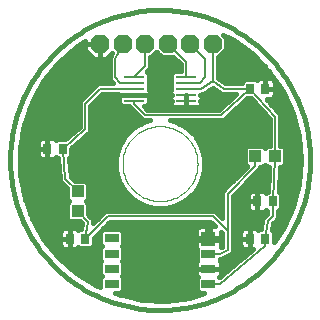
<source format=gtl>
G75*
%MOIN*%
%OFA0B0*%
%FSLAX24Y24*%
%IPPOS*%
%LPD*%
%AMOC8*
5,1,8,0,0,1.08239X$1,22.5*
%
%ADD10C,0.0160*%
%ADD11C,0.0000*%
%ADD12R,0.0709X0.0098*%
%ADD13R,0.0472X0.0315*%
%ADD14R,0.0472X0.0472*%
%ADD15R,0.0276X0.0354*%
%ADD16R,0.0394X0.0433*%
%ADD17R,0.0433X0.0394*%
%ADD18OC8,0.0630*%
%ADD19OC8,0.0376*%
%ADD20C,0.0080*%
D10*
X002809Y003107D02*
X003690Y003107D01*
X003690Y002965D02*
X003730Y002924D01*
X003690Y002884D01*
X003690Y002569D01*
X003569Y002617D01*
X002891Y003034D01*
X002294Y003560D01*
X001794Y004179D01*
X001406Y004873D01*
X001141Y005623D01*
X001007Y006407D01*
X001007Y007203D01*
X001141Y007987D01*
X001406Y008737D01*
X001794Y009431D01*
X002294Y010050D01*
X002891Y010576D01*
X003185Y010757D01*
X003185Y010680D01*
X003680Y010680D01*
X003680Y010185D01*
X003885Y010185D01*
X004077Y010377D01*
X004032Y010287D01*
X004000Y010255D01*
X004000Y010222D01*
X003986Y010194D01*
X004000Y010151D01*
X004000Y009480D01*
X004105Y009375D01*
X004120Y009360D01*
X003605Y009360D01*
X003500Y009255D01*
X003000Y008755D01*
X003000Y007917D01*
X002524Y007497D01*
X002240Y007497D01*
X002208Y007465D01*
X002206Y007468D01*
X002172Y007501D01*
X002131Y007525D01*
X002086Y007537D01*
X001924Y007537D01*
X001763Y007537D01*
X001717Y007525D01*
X001676Y007501D01*
X001642Y007468D01*
X001619Y007427D01*
X001606Y007381D01*
X001606Y007180D01*
X001606Y006979D01*
X001619Y006933D01*
X001642Y006892D01*
X001676Y006859D01*
X001717Y006835D01*
X001763Y006823D01*
X001924Y006823D01*
X001924Y007180D01*
X001606Y007180D01*
X001924Y007180D01*
X001924Y007180D01*
X001924Y007537D01*
X001924Y007180D01*
X001924Y007180D01*
X001924Y007180D01*
X001924Y006823D01*
X002086Y006823D01*
X002131Y006835D01*
X002172Y006859D01*
X002206Y006892D01*
X002208Y006895D01*
X002240Y006863D01*
X002283Y006863D01*
X002344Y006162D01*
X002344Y006096D01*
X002351Y006089D01*
X002352Y006080D01*
X002403Y006037D01*
X002573Y005867D01*
X002573Y005510D01*
X002653Y005430D01*
X002573Y005350D01*
X002573Y004841D01*
X002655Y004759D01*
X003012Y004759D01*
X003083Y004688D01*
X003053Y004497D01*
X002990Y004497D01*
X002958Y004465D01*
X002956Y004468D01*
X002922Y004501D01*
X002881Y004525D01*
X002836Y004537D01*
X002674Y004537D01*
X002513Y004537D01*
X002467Y004525D01*
X002426Y004501D01*
X002392Y004468D01*
X002369Y004427D01*
X002356Y004381D01*
X002356Y004180D01*
X002356Y003979D01*
X002369Y003933D01*
X002392Y003892D01*
X002426Y003859D01*
X002467Y003835D01*
X002513Y003823D01*
X002674Y003823D01*
X002674Y004180D01*
X002356Y004180D01*
X002674Y004180D01*
X002674Y004180D01*
X002674Y004180D01*
X002674Y004537D01*
X002674Y004180D01*
X002674Y004180D01*
X002674Y003823D01*
X002836Y003823D01*
X002881Y003835D01*
X002922Y003859D01*
X002956Y003892D01*
X002958Y003895D01*
X002990Y003863D01*
X003382Y003863D01*
X003464Y003945D01*
X003464Y004204D01*
X004005Y004750D01*
X007355Y004750D01*
X007509Y004596D01*
X007332Y004596D01*
X007332Y004218D01*
X007256Y004218D01*
X007256Y004142D01*
X006878Y004142D01*
X006878Y003920D01*
X006890Y003874D01*
X006914Y003833D01*
X006918Y003829D01*
X006918Y003465D01*
X006924Y003458D01*
X006914Y003448D01*
X006890Y003407D01*
X006878Y003361D01*
X006878Y003180D01*
X007294Y003180D01*
X006878Y003180D01*
X006878Y002999D01*
X006890Y002953D01*
X006914Y002912D01*
X006930Y002896D01*
X006918Y002884D01*
X006918Y002453D01*
X007000Y002371D01*
X007159Y002371D01*
X006668Y002220D01*
X005879Y002119D01*
X005084Y002153D01*
X004307Y002321D01*
X004182Y002371D01*
X004360Y002371D01*
X004442Y002453D01*
X004442Y002884D01*
X004402Y002924D01*
X004442Y002965D01*
X004442Y003395D01*
X004408Y003430D01*
X004442Y003465D01*
X004442Y003895D01*
X004402Y003936D01*
X004442Y003976D01*
X004442Y004407D01*
X004360Y004489D01*
X003772Y004489D01*
X003690Y004407D01*
X003690Y003976D01*
X003730Y003936D01*
X003690Y003895D01*
X003690Y003465D01*
X003724Y003430D01*
X003690Y003395D01*
X003690Y002965D01*
X003706Y002948D02*
X003031Y002948D01*
X003289Y002790D02*
X003690Y002790D01*
X003690Y002631D02*
X003546Y002631D01*
X003690Y003265D02*
X002629Y003265D01*
X002449Y003424D02*
X003718Y003424D01*
X003690Y003582D02*
X002276Y003582D01*
X002148Y003741D02*
X003690Y003741D01*
X003693Y003899D02*
X003418Y003899D01*
X003464Y004058D02*
X003690Y004058D01*
X003690Y004216D02*
X003475Y004216D01*
X003632Y004375D02*
X003690Y004375D01*
X003790Y004533D02*
X006920Y004533D01*
X006914Y004527D02*
X006890Y004486D01*
X006878Y004440D01*
X006878Y004218D01*
X007256Y004218D01*
X007256Y004596D01*
X007034Y004596D01*
X006988Y004584D01*
X006947Y004560D01*
X006914Y004527D01*
X006878Y004375D02*
X004442Y004375D01*
X004442Y004216D02*
X007256Y004216D01*
X007332Y004216D02*
X007750Y004216D01*
X007710Y004218D02*
X007710Y004395D01*
X007750Y004355D01*
X007750Y004355D01*
X007750Y003916D01*
X007703Y003893D01*
X007710Y003920D01*
X007710Y004142D01*
X007332Y004142D01*
X007332Y004218D01*
X007710Y004218D01*
X007710Y004058D02*
X007750Y004058D01*
X007716Y003899D02*
X007705Y003899D01*
X007886Y003582D02*
X008482Y003582D01*
X008513Y003823D02*
X008674Y003823D01*
X008674Y004180D01*
X008356Y004180D01*
X008356Y003979D01*
X008369Y003933D01*
X008392Y003892D01*
X008426Y003859D01*
X008467Y003835D01*
X008513Y003823D01*
X008388Y003899D02*
X008110Y003899D01*
X008110Y003847D02*
X008110Y005605D01*
X009025Y006521D01*
X009025Y006573D01*
X009100Y006573D01*
X009180Y006653D01*
X009260Y006573D01*
X009324Y006573D01*
X009274Y005747D01*
X009240Y005747D01*
X009208Y005715D01*
X009206Y005718D01*
X009172Y005751D01*
X009131Y005775D01*
X009086Y005787D01*
X008924Y005787D01*
X008763Y005787D01*
X008717Y005775D01*
X008676Y005751D01*
X008642Y005718D01*
X008619Y005677D01*
X008606Y005631D01*
X008606Y005430D01*
X008606Y005229D01*
X008619Y005183D01*
X008642Y005142D01*
X008676Y005109D01*
X008717Y005085D01*
X008763Y005073D01*
X008924Y005073D01*
X008924Y005430D01*
X008606Y005430D01*
X008924Y005430D01*
X008924Y005430D01*
X008924Y005430D01*
X008924Y005787D01*
X008924Y005430D01*
X008924Y005430D01*
X008924Y005073D01*
X009086Y005073D01*
X009131Y005085D01*
X009172Y005109D01*
X009206Y005142D01*
X009208Y005145D01*
X009240Y005113D01*
X009250Y005113D01*
X009250Y005005D01*
X009157Y004911D01*
X009107Y004875D01*
X009105Y004860D01*
X009094Y004849D01*
X009094Y004788D01*
X009051Y004497D01*
X008990Y004497D01*
X008958Y004465D01*
X008956Y004468D01*
X008922Y004501D01*
X008881Y004525D01*
X008836Y004537D01*
X008674Y004537D01*
X008513Y004537D01*
X008467Y004525D01*
X008426Y004501D01*
X008392Y004468D01*
X008369Y004427D01*
X008356Y004381D01*
X008356Y004180D01*
X008674Y004180D01*
X008674Y004180D01*
X008674Y004180D01*
X008674Y004537D01*
X008674Y004180D01*
X008674Y004180D01*
X008674Y003823D01*
X008771Y003823D01*
X007659Y002895D01*
X007658Y002896D01*
X007674Y002912D01*
X007698Y002953D01*
X007710Y002999D01*
X007710Y003180D01*
X007294Y003180D01*
X007294Y003180D01*
X007710Y003180D01*
X007710Y003361D01*
X007698Y003407D01*
X007674Y003448D01*
X007664Y003458D01*
X007670Y003465D01*
X007670Y003493D01*
X007694Y003486D01*
X007722Y003500D01*
X007755Y003500D01*
X007787Y003532D01*
X007972Y003625D01*
X008005Y003625D01*
X008037Y003657D01*
X008077Y003677D01*
X008087Y003708D01*
X008110Y003730D01*
X008110Y003776D01*
X008124Y003819D01*
X008110Y003847D01*
X008110Y003741D02*
X008672Y003741D01*
X008674Y003899D02*
X008674Y003899D01*
X008674Y004058D02*
X008674Y004058D01*
X008674Y004216D02*
X008674Y004216D01*
X008674Y004375D02*
X008674Y004375D01*
X008674Y004533D02*
X008674Y004533D01*
X008851Y004533D02*
X009057Y004533D01*
X009080Y004692D02*
X008110Y004692D01*
X008110Y004850D02*
X009095Y004850D01*
X009250Y005009D02*
X008110Y005009D01*
X008110Y005167D02*
X008628Y005167D01*
X008606Y005326D02*
X008110Y005326D01*
X008110Y005484D02*
X008606Y005484D01*
X008609Y005643D02*
X008147Y005643D01*
X008306Y005801D02*
X009278Y005801D01*
X009287Y005960D02*
X008464Y005960D01*
X008623Y006118D02*
X009296Y006118D01*
X009306Y006277D02*
X008781Y006277D01*
X008940Y006435D02*
X009315Y006435D01*
X009240Y006594D02*
X009120Y006594D01*
X008580Y006584D02*
X007855Y005860D01*
X007750Y005755D01*
X007750Y004865D01*
X007505Y005110D01*
X004004Y005110D01*
X004004Y005110D01*
X003930Y005110D01*
X003855Y005110D01*
X003855Y005110D01*
X003855Y005110D01*
X003803Y005057D01*
X003750Y005005D01*
X003750Y005004D01*
X003454Y004706D01*
X003454Y004737D01*
X003464Y004797D01*
X003454Y004810D01*
X003454Y004825D01*
X003412Y004868D01*
X003376Y004917D01*
X003360Y004920D01*
X003287Y004993D01*
X003287Y005350D01*
X003207Y005430D01*
X003287Y005510D01*
X003287Y006019D01*
X003205Y006101D01*
X002848Y006101D01*
X002698Y006251D01*
X002643Y006875D01*
X002714Y006945D01*
X002714Y007185D01*
X003248Y007656D01*
X003255Y007656D01*
X003303Y007704D01*
X003355Y007750D01*
X003355Y007756D01*
X003360Y007761D01*
X003360Y007830D01*
X003364Y007899D01*
X003360Y007903D01*
X003360Y008605D01*
X003755Y009000D01*
X004280Y009000D01*
X004280Y008983D01*
X004280Y008910D01*
X004292Y008864D01*
X004315Y008823D01*
X004320Y008819D01*
X004320Y008679D01*
X004402Y008597D01*
X004634Y008597D01*
X004634Y008597D01*
X005000Y008230D01*
X005105Y008125D01*
X005355Y008125D01*
X005109Y008059D01*
X004771Y007864D01*
X004496Y007589D01*
X004301Y007251D01*
X004200Y006875D01*
X004200Y006485D01*
X004301Y006109D01*
X004496Y005771D01*
X004771Y005496D01*
X005109Y005301D01*
X005485Y005200D01*
X005875Y005200D01*
X006251Y005301D01*
X006589Y005496D01*
X006864Y005771D01*
X007059Y006109D01*
X007160Y006485D01*
X007160Y006875D01*
X007059Y007251D01*
X006864Y007589D01*
X006589Y007864D01*
X006251Y008059D01*
X006005Y008125D01*
X007706Y008125D01*
X007776Y008122D01*
X007780Y008125D01*
X007785Y008125D01*
X007835Y008175D01*
X008593Y008863D01*
X008718Y008863D01*
X009335Y008182D01*
X009335Y007287D01*
X009260Y007287D01*
X009180Y007207D01*
X009100Y007287D01*
X008591Y007287D01*
X008509Y007205D01*
X008509Y006655D01*
X008580Y006584D01*
X008570Y006594D02*
X007160Y006594D01*
X007160Y006752D02*
X008509Y006752D01*
X008509Y006911D02*
X007150Y006911D01*
X007108Y007069D02*
X008509Y007069D01*
X008531Y007228D02*
X007066Y007228D01*
X006981Y007386D02*
X009335Y007386D01*
X009335Y007545D02*
X006890Y007545D01*
X006750Y007703D02*
X009335Y007703D01*
X009335Y007862D02*
X006592Y007862D01*
X006319Y008020D02*
X009335Y008020D01*
X009335Y008179D02*
X007839Y008179D01*
X008014Y008337D02*
X009194Y008337D01*
X009051Y008496D02*
X008188Y008496D01*
X008363Y008654D02*
X008907Y008654D01*
X008764Y008813D02*
X008537Y008813D01*
X008208Y009000D02*
X007641Y008485D01*
X005255Y008485D01*
X005142Y008597D01*
X005226Y008597D01*
X005308Y008679D01*
X005308Y008819D01*
X005312Y008823D01*
X005336Y008864D01*
X005348Y008910D01*
X005348Y008983D01*
X004814Y008983D01*
X004814Y008983D01*
X005348Y008983D01*
X005348Y009056D01*
X005336Y009102D01*
X005312Y009143D01*
X005308Y009147D01*
X005308Y009681D01*
X005242Y009747D01*
X005360Y009865D01*
X005360Y010225D01*
X005368Y010225D01*
X005555Y010412D01*
X005742Y010225D01*
X006118Y010225D01*
X006124Y010231D01*
X006366Y009989D01*
X006366Y009763D01*
X006134Y009763D01*
X006052Y009681D01*
X006052Y009147D01*
X006048Y009143D01*
X006024Y009102D01*
X006012Y009056D01*
X006012Y008983D01*
X006012Y008910D01*
X006019Y008885D01*
X006012Y008859D01*
X006012Y008786D01*
X006012Y008713D01*
X006024Y008668D01*
X006048Y008627D01*
X006081Y008593D01*
X006122Y008569D01*
X006168Y008557D01*
X006546Y008557D01*
X006546Y008786D01*
X006546Y008786D01*
X006546Y008557D01*
X006924Y008557D01*
X006970Y008569D01*
X007011Y008593D01*
X007045Y008627D01*
X007068Y008668D01*
X007080Y008713D01*
X007080Y008786D01*
X007005Y008786D01*
X007080Y008786D01*
X007080Y008859D01*
X007074Y008885D01*
X007080Y008910D01*
X007080Y008983D01*
X007005Y008983D01*
X007005Y008983D01*
X007080Y008983D01*
X007080Y008991D01*
X007093Y008989D01*
X007109Y009000D01*
X007130Y009000D01*
X007170Y009040D01*
X007430Y009214D01*
X007690Y009040D01*
X007730Y009000D01*
X007750Y009000D01*
X007767Y008989D01*
X007823Y009000D01*
X008208Y009000D01*
X008176Y008971D02*
X007080Y008971D01*
X007080Y008813D02*
X008002Y008813D01*
X007827Y008654D02*
X007060Y008654D01*
X007005Y008786D02*
X007005Y008786D01*
X007304Y009130D02*
X007556Y009130D01*
X007730Y009447D02*
X008428Y009447D01*
X008396Y009415D02*
X008478Y009497D01*
X008870Y009497D01*
X008902Y009465D01*
X008904Y009468D01*
X008938Y009501D01*
X008979Y009525D01*
X009024Y009537D01*
X009186Y009537D01*
X009186Y009180D01*
X009504Y009180D01*
X009504Y009381D01*
X009491Y009427D01*
X009468Y009468D01*
X009434Y009501D01*
X009393Y009525D01*
X009347Y009537D01*
X009186Y009537D01*
X009186Y009180D01*
X009186Y009180D01*
X009504Y009180D01*
X009504Y008979D01*
X009491Y008933D01*
X009468Y008892D01*
X009434Y008859D01*
X009393Y008835D01*
X009347Y008823D01*
X009240Y008823D01*
X009645Y008375D01*
X009695Y008325D01*
X009695Y008320D01*
X009698Y008316D01*
X009695Y008246D01*
X009695Y007287D01*
X009769Y007287D01*
X009851Y007205D01*
X009851Y006655D01*
X009769Y006573D01*
X009684Y006573D01*
X009635Y005744D01*
X009714Y005665D01*
X009714Y005195D01*
X009632Y005113D01*
X009610Y005113D01*
X009610Y004855D01*
X009505Y004750D01*
X009444Y004689D01*
X009411Y004468D01*
X009464Y004415D01*
X009464Y004058D01*
X009774Y004518D01*
X010102Y005243D01*
X010303Y006012D01*
X010303Y006012D01*
X010370Y006805D01*
X010303Y007598D01*
X010102Y008367D01*
X009774Y009092D01*
X009329Y009751D01*
X008779Y010326D01*
X008139Y010799D01*
X007767Y010986D01*
X007885Y010868D01*
X007885Y010492D01*
X007618Y010225D01*
X007610Y010225D01*
X007610Y009526D01*
X007859Y009360D01*
X008396Y009360D01*
X008396Y009415D01*
X009014Y010081D02*
X007610Y010081D01*
X007610Y009922D02*
X009165Y009922D01*
X009317Y009764D02*
X007610Y009764D01*
X007610Y009605D02*
X009428Y009605D01*
X009480Y009447D02*
X009535Y009447D01*
X009504Y009288D02*
X009642Y009288D01*
X009749Y009130D02*
X009504Y009130D01*
X009502Y008971D02*
X009829Y008971D01*
X009901Y008813D02*
X009249Y008813D01*
X009393Y008654D02*
X009973Y008654D01*
X010044Y008496D02*
X009536Y008496D01*
X009683Y008337D02*
X010110Y008337D01*
X010151Y008179D02*
X009695Y008179D01*
X009695Y008020D02*
X010193Y008020D01*
X010234Y007862D02*
X009695Y007862D01*
X009695Y007703D02*
X010275Y007703D01*
X010307Y007545D02*
X009695Y007545D01*
X009695Y007386D02*
X010321Y007386D01*
X010334Y007228D02*
X009829Y007228D01*
X009851Y007069D02*
X010348Y007069D01*
X010361Y006911D02*
X009851Y006911D01*
X009851Y006752D02*
X010365Y006752D01*
X010352Y006594D02*
X009790Y006594D01*
X009676Y006435D02*
X010339Y006435D01*
X010325Y006277D02*
X009667Y006277D01*
X009657Y006118D02*
X010312Y006118D01*
X010289Y005960D02*
X009648Y005960D01*
X009638Y005801D02*
X010248Y005801D01*
X010206Y005643D02*
X009714Y005643D01*
X009714Y005484D02*
X010165Y005484D01*
X010124Y005326D02*
X009714Y005326D01*
X009686Y005167D02*
X010068Y005167D01*
X009996Y005009D02*
X009610Y005009D01*
X009605Y004850D02*
X009925Y004850D01*
X009853Y004692D02*
X009446Y004692D01*
X009420Y004533D02*
X009781Y004533D01*
X009678Y004375D02*
X009464Y004375D01*
X009464Y004216D02*
X009571Y004216D01*
X008924Y005167D02*
X008924Y005167D01*
X008924Y005326D02*
X008924Y005326D01*
X008924Y005484D02*
X008924Y005484D01*
X008924Y005643D02*
X008924Y005643D01*
X008272Y006277D02*
X007104Y006277D01*
X007062Y006118D02*
X008113Y006118D01*
X007955Y005960D02*
X006973Y005960D01*
X006881Y005801D02*
X007796Y005801D01*
X007855Y005860D02*
X007855Y005860D01*
X007750Y005643D02*
X006736Y005643D01*
X006568Y005484D02*
X007750Y005484D01*
X007750Y005326D02*
X006294Y005326D01*
X007256Y004533D02*
X007332Y004533D01*
X007332Y004375D02*
X007256Y004375D01*
X007414Y004692D02*
X003947Y004692D01*
X003754Y005009D02*
X003287Y005009D01*
X003287Y005167D02*
X007750Y005167D01*
X007750Y005009D02*
X007606Y005009D01*
X007710Y004375D02*
X007731Y004375D01*
X008110Y004375D02*
X008356Y004375D01*
X008497Y004533D02*
X008110Y004533D01*
X008110Y004216D02*
X008356Y004216D01*
X008356Y004058D02*
X008110Y004058D01*
X008292Y003424D02*
X007689Y003424D01*
X007710Y003265D02*
X008102Y003265D01*
X007912Y003107D02*
X007710Y003107D01*
X007695Y002948D02*
X007723Y002948D01*
X007294Y003180D02*
X007294Y003180D01*
X006878Y003107D02*
X004442Y003107D01*
X004442Y003265D02*
X006878Y003265D01*
X006900Y003424D02*
X004414Y003424D01*
X004442Y003582D02*
X006918Y003582D01*
X006918Y003741D02*
X004442Y003741D01*
X004439Y003899D02*
X006884Y003899D01*
X006878Y004058D02*
X004442Y004058D01*
X003597Y004850D02*
X003430Y004850D01*
X003079Y004692D02*
X001508Y004692D01*
X001419Y004850D02*
X002573Y004850D01*
X002573Y005009D02*
X001359Y005009D01*
X001303Y005167D02*
X002573Y005167D01*
X002573Y005326D02*
X001247Y005326D01*
X001191Y005484D02*
X002599Y005484D01*
X002573Y005643D02*
X001138Y005643D01*
X001111Y005801D02*
X002573Y005801D01*
X002481Y005960D02*
X001084Y005960D01*
X001056Y006118D02*
X002344Y006118D01*
X002334Y006277D02*
X001029Y006277D01*
X001007Y006435D02*
X002321Y006435D01*
X002307Y006594D02*
X001007Y006594D01*
X001007Y006752D02*
X002293Y006752D01*
X002654Y006752D02*
X004200Y006752D01*
X004200Y006594D02*
X002668Y006594D01*
X002682Y006435D02*
X004213Y006435D01*
X004256Y006277D02*
X002696Y006277D01*
X002831Y006118D02*
X004298Y006118D01*
X004387Y005960D02*
X003287Y005960D01*
X003287Y005801D02*
X004479Y005801D01*
X004624Y005643D02*
X003287Y005643D01*
X003261Y005484D02*
X004792Y005484D01*
X005066Y005326D02*
X003287Y005326D01*
X003059Y004533D02*
X002851Y004533D01*
X002674Y004533D02*
X002674Y004533D01*
X002674Y004375D02*
X002674Y004375D01*
X002674Y004216D02*
X002674Y004216D01*
X002674Y004058D02*
X002674Y004058D01*
X002674Y003899D02*
X002674Y003899D01*
X002388Y003899D02*
X002020Y003899D01*
X001892Y004058D02*
X002356Y004058D01*
X002356Y004216D02*
X001773Y004216D01*
X001685Y004375D02*
X002356Y004375D01*
X002497Y004533D02*
X001596Y004533D01*
X001632Y006911D02*
X001007Y006911D01*
X001007Y007069D02*
X001606Y007069D01*
X001606Y007228D02*
X001011Y007228D01*
X001038Y007386D02*
X001608Y007386D01*
X001924Y007386D02*
X001924Y007386D01*
X001924Y007228D02*
X001924Y007228D01*
X001924Y007069D02*
X001924Y007069D01*
X001924Y006911D02*
X001924Y006911D01*
X002577Y007545D02*
X001065Y007545D01*
X001093Y007703D02*
X002757Y007703D01*
X002937Y007862D02*
X001120Y007862D01*
X001153Y008020D02*
X003000Y008020D01*
X003000Y008179D02*
X001209Y008179D01*
X001265Y008337D02*
X003000Y008337D01*
X003000Y008496D02*
X001321Y008496D01*
X001377Y008654D02*
X003000Y008654D01*
X003058Y008813D02*
X001449Y008813D01*
X001537Y008971D02*
X003216Y008971D01*
X003375Y009130D02*
X001626Y009130D01*
X001714Y009288D02*
X003533Y009288D01*
X003726Y008971D02*
X004280Y008971D01*
X004280Y008983D02*
X004814Y008983D01*
X004814Y008983D01*
X004280Y008983D01*
X004320Y008813D02*
X003567Y008813D01*
X003409Y008654D02*
X004345Y008654D01*
X004735Y008496D02*
X003360Y008496D01*
X003360Y008337D02*
X004893Y008337D01*
X005052Y008179D02*
X003360Y008179D01*
X003360Y008020D02*
X005041Y008020D01*
X004768Y007862D02*
X003362Y007862D01*
X003302Y007703D02*
X004610Y007703D01*
X004470Y007545D02*
X003122Y007545D01*
X002942Y007386D02*
X004379Y007386D01*
X004294Y007228D02*
X002762Y007228D01*
X002714Y007069D02*
X004252Y007069D01*
X004210Y006911D02*
X002679Y006911D01*
X001807Y009447D02*
X004034Y009447D01*
X004000Y009605D02*
X001935Y009605D01*
X002063Y009764D02*
X004000Y009764D01*
X004000Y009922D02*
X002191Y009922D01*
X002328Y010081D02*
X004000Y010081D01*
X004000Y010239D02*
X003939Y010239D01*
X003680Y010239D02*
X003680Y010239D01*
X003680Y010185D02*
X003680Y010680D01*
X003680Y010680D01*
X003680Y010680D01*
X003185Y010680D01*
X003185Y010475D01*
X003475Y010185D01*
X003680Y010185D01*
X003680Y010398D02*
X003680Y010398D01*
X003680Y010556D02*
X003680Y010556D01*
X003421Y010239D02*
X002509Y010239D01*
X002689Y010398D02*
X003262Y010398D01*
X003185Y010556D02*
X002869Y010556D01*
X003117Y010715D02*
X003185Y010715D01*
X005258Y009764D02*
X006366Y009764D01*
X006366Y009922D02*
X005360Y009922D01*
X005360Y010081D02*
X006275Y010081D01*
X006052Y009605D02*
X005308Y009605D01*
X005308Y009447D02*
X006052Y009447D01*
X006052Y009288D02*
X005308Y009288D01*
X005320Y009130D02*
X006040Y009130D01*
X006012Y008983D02*
X006088Y008983D01*
X006088Y008983D01*
X006012Y008983D01*
X006012Y008971D02*
X005348Y008971D01*
X005308Y008813D02*
X006012Y008813D01*
X006012Y008786D02*
X006088Y008786D01*
X006012Y008786D01*
X006088Y008786D02*
X006088Y008786D01*
X006032Y008654D02*
X005283Y008654D01*
X005244Y008496D02*
X007653Y008496D01*
X006546Y008654D02*
X006546Y008654D01*
X006546Y008786D02*
X006546Y008983D01*
X006546Y008983D01*
X006546Y008786D01*
X006546Y008786D01*
X006546Y008813D02*
X006546Y008813D01*
X006546Y008971D02*
X006546Y008971D01*
X005728Y010239D02*
X005382Y010239D01*
X005541Y010398D02*
X005569Y010398D01*
X007632Y010239D02*
X008862Y010239D01*
X008681Y010398D02*
X007791Y010398D01*
X007885Y010556D02*
X008467Y010556D01*
X008253Y010715D02*
X007885Y010715D01*
X007880Y010873D02*
X007992Y010873D01*
X009186Y009447D02*
X009186Y009447D01*
X009186Y009288D02*
X009186Y009288D01*
X009186Y009180D02*
X009186Y009180D01*
X009159Y007228D02*
X009201Y007228D01*
X008430Y006435D02*
X007147Y006435D01*
X000680Y006805D02*
X000682Y006946D01*
X000688Y007087D01*
X000698Y007227D01*
X000712Y007367D01*
X000730Y007507D01*
X000751Y007646D01*
X000777Y007785D01*
X000806Y007923D01*
X000840Y008059D01*
X000877Y008195D01*
X000918Y008330D01*
X000963Y008464D01*
X001012Y008596D01*
X001064Y008727D01*
X001120Y008856D01*
X001180Y008983D01*
X001243Y009109D01*
X001309Y009233D01*
X001380Y009356D01*
X001453Y009476D01*
X001530Y009594D01*
X001610Y009710D01*
X001694Y009823D01*
X001780Y009934D01*
X001870Y010043D01*
X001963Y010149D01*
X002058Y010252D01*
X002157Y010353D01*
X002258Y010451D01*
X002362Y010546D01*
X002469Y010638D01*
X002578Y010727D01*
X002690Y010812D01*
X002804Y010895D01*
X002920Y010975D01*
X003039Y011051D01*
X003160Y011123D01*
X003282Y011193D01*
X003407Y011258D01*
X003533Y011321D01*
X003661Y011379D01*
X003791Y011434D01*
X003922Y011486D01*
X004055Y011533D01*
X004189Y011577D01*
X004324Y011618D01*
X004460Y011654D01*
X004597Y011686D01*
X004735Y011715D01*
X004873Y011740D01*
X005013Y011760D01*
X005153Y011777D01*
X005293Y011790D01*
X005434Y011799D01*
X005574Y011804D01*
X005715Y011805D01*
X005856Y011802D01*
X005997Y011795D01*
X006137Y011784D01*
X006277Y011769D01*
X006417Y011750D01*
X006556Y011728D01*
X006694Y011701D01*
X006832Y011671D01*
X006968Y011636D01*
X007104Y011598D01*
X007238Y011556D01*
X007372Y011510D01*
X007504Y011461D01*
X007634Y011407D01*
X007763Y011350D01*
X007890Y011290D01*
X008016Y011226D01*
X008139Y011158D01*
X008261Y011087D01*
X008381Y011013D01*
X008498Y010935D01*
X008613Y010854D01*
X008726Y010770D01*
X008837Y010683D01*
X008945Y010592D01*
X009050Y010499D01*
X009153Y010402D01*
X009253Y010303D01*
X009350Y010201D01*
X009444Y010096D01*
X009535Y009989D01*
X009623Y009879D01*
X009708Y009767D01*
X009790Y009652D01*
X009869Y009535D01*
X009944Y009416D01*
X010016Y009295D01*
X010084Y009172D01*
X010149Y009047D01*
X010211Y008920D01*
X010268Y008791D01*
X010323Y008661D01*
X010373Y008530D01*
X010420Y008397D01*
X010463Y008263D01*
X010502Y008127D01*
X010537Y007991D01*
X010569Y007854D01*
X010596Y007716D01*
X010620Y007577D01*
X010640Y007437D01*
X010656Y007297D01*
X010668Y007157D01*
X010676Y007016D01*
X010680Y006875D01*
X010680Y006735D01*
X010676Y006594D01*
X010668Y006453D01*
X010656Y006313D01*
X010640Y006173D01*
X010620Y006033D01*
X010596Y005894D01*
X010569Y005756D01*
X010537Y005619D01*
X010502Y005483D01*
X010463Y005347D01*
X010420Y005213D01*
X010373Y005080D01*
X010323Y004949D01*
X010268Y004819D01*
X010211Y004690D01*
X010149Y004563D01*
X010084Y004438D01*
X010016Y004315D01*
X009944Y004194D01*
X009869Y004075D01*
X009790Y003958D01*
X009708Y003843D01*
X009623Y003731D01*
X009535Y003621D01*
X009444Y003514D01*
X009350Y003409D01*
X009253Y003307D01*
X009153Y003208D01*
X009050Y003111D01*
X008945Y003018D01*
X008837Y002927D01*
X008726Y002840D01*
X008613Y002756D01*
X008498Y002675D01*
X008381Y002597D01*
X008261Y002523D01*
X008139Y002452D01*
X008016Y002384D01*
X007890Y002320D01*
X007763Y002260D01*
X007634Y002203D01*
X007504Y002149D01*
X007372Y002100D01*
X007238Y002054D01*
X007104Y002012D01*
X006968Y001974D01*
X006832Y001939D01*
X006694Y001909D01*
X006556Y001882D01*
X006417Y001860D01*
X006277Y001841D01*
X006137Y001826D01*
X005997Y001815D01*
X005856Y001808D01*
X005715Y001805D01*
X005574Y001806D01*
X005434Y001811D01*
X005293Y001820D01*
X005153Y001833D01*
X005013Y001850D01*
X004873Y001870D01*
X004735Y001895D01*
X004597Y001924D01*
X004460Y001956D01*
X004324Y001992D01*
X004189Y002033D01*
X004055Y002077D01*
X003922Y002124D01*
X003791Y002176D01*
X003661Y002231D01*
X003533Y002289D01*
X003407Y002352D01*
X003282Y002417D01*
X003160Y002487D01*
X003039Y002559D01*
X002920Y002635D01*
X002804Y002715D01*
X002690Y002798D01*
X002578Y002883D01*
X002469Y002972D01*
X002362Y003064D01*
X002258Y003159D01*
X002157Y003257D01*
X002058Y003358D01*
X001963Y003461D01*
X001870Y003567D01*
X001780Y003676D01*
X001694Y003787D01*
X001610Y003900D01*
X001530Y004016D01*
X001453Y004134D01*
X001380Y004254D01*
X001309Y004377D01*
X001243Y004501D01*
X001180Y004627D01*
X001120Y004754D01*
X001064Y004883D01*
X001012Y005014D01*
X000963Y005146D01*
X000918Y005280D01*
X000877Y005415D01*
X000840Y005551D01*
X000806Y005687D01*
X000777Y005825D01*
X000751Y005964D01*
X000730Y006103D01*
X000712Y006243D01*
X000698Y006383D01*
X000688Y006523D01*
X000682Y006664D01*
X000680Y006805D01*
X004426Y002948D02*
X006893Y002948D01*
X006918Y002790D02*
X004442Y002790D01*
X004442Y002631D02*
X006918Y002631D01*
X006918Y002473D02*
X004442Y002473D01*
X004337Y002314D02*
X006974Y002314D01*
X006162Y002156D02*
X005073Y002156D01*
D11*
X004430Y006680D02*
X004432Y006750D01*
X004438Y006820D01*
X004448Y006889D01*
X004461Y006958D01*
X004479Y007026D01*
X004500Y007093D01*
X004525Y007158D01*
X004554Y007222D01*
X004586Y007285D01*
X004622Y007345D01*
X004661Y007403D01*
X004703Y007459D01*
X004748Y007513D01*
X004796Y007564D01*
X004847Y007612D01*
X004901Y007657D01*
X004957Y007699D01*
X005015Y007738D01*
X005075Y007774D01*
X005138Y007806D01*
X005202Y007835D01*
X005267Y007860D01*
X005334Y007881D01*
X005402Y007899D01*
X005471Y007912D01*
X005540Y007922D01*
X005610Y007928D01*
X005680Y007930D01*
X005750Y007928D01*
X005820Y007922D01*
X005889Y007912D01*
X005958Y007899D01*
X006026Y007881D01*
X006093Y007860D01*
X006158Y007835D01*
X006222Y007806D01*
X006285Y007774D01*
X006345Y007738D01*
X006403Y007699D01*
X006459Y007657D01*
X006513Y007612D01*
X006564Y007564D01*
X006612Y007513D01*
X006657Y007459D01*
X006699Y007403D01*
X006738Y007345D01*
X006774Y007285D01*
X006806Y007222D01*
X006835Y007158D01*
X006860Y007093D01*
X006881Y007026D01*
X006899Y006958D01*
X006912Y006889D01*
X006922Y006820D01*
X006928Y006750D01*
X006930Y006680D01*
X006928Y006610D01*
X006922Y006540D01*
X006912Y006471D01*
X006899Y006402D01*
X006881Y006334D01*
X006860Y006267D01*
X006835Y006202D01*
X006806Y006138D01*
X006774Y006075D01*
X006738Y006015D01*
X006699Y005957D01*
X006657Y005901D01*
X006612Y005847D01*
X006564Y005796D01*
X006513Y005748D01*
X006459Y005703D01*
X006403Y005661D01*
X006345Y005622D01*
X006285Y005586D01*
X006222Y005554D01*
X006158Y005525D01*
X006093Y005500D01*
X006026Y005479D01*
X005958Y005461D01*
X005889Y005448D01*
X005820Y005438D01*
X005750Y005432D01*
X005680Y005430D01*
X005610Y005432D01*
X005540Y005438D01*
X005471Y005448D01*
X005402Y005461D01*
X005334Y005479D01*
X005267Y005500D01*
X005202Y005525D01*
X005138Y005554D01*
X005075Y005586D01*
X005015Y005622D01*
X004957Y005661D01*
X004901Y005703D01*
X004847Y005748D01*
X004796Y005796D01*
X004748Y005847D01*
X004703Y005901D01*
X004661Y005957D01*
X004622Y006015D01*
X004586Y006075D01*
X004554Y006138D01*
X004525Y006202D01*
X004500Y006267D01*
X004479Y006334D01*
X004461Y006402D01*
X004448Y006471D01*
X004438Y006540D01*
X004432Y006610D01*
X004430Y006680D01*
D12*
X004814Y008786D03*
X004814Y008983D03*
X004814Y009180D03*
X004814Y009377D03*
X004814Y009574D03*
X006546Y009574D03*
X006546Y009377D03*
X006546Y009180D03*
X006546Y008983D03*
X006546Y008786D03*
D13*
X004066Y004192D03*
X004066Y003680D03*
X004066Y003180D03*
X004066Y002668D03*
X007294Y002668D03*
X007294Y003180D03*
X007294Y003680D03*
D14*
X007294Y004180D03*
D15*
X008674Y004180D03*
X009186Y004180D03*
X009436Y005430D03*
X008924Y005430D03*
X008674Y009180D03*
X009186Y009180D03*
X003186Y004180D03*
X002674Y004180D03*
X002436Y007180D03*
X001924Y007180D03*
D16*
X008845Y006930D03*
X009515Y006930D03*
D17*
X002930Y005765D03*
X002930Y005095D03*
D18*
X003680Y010680D03*
X004430Y010680D03*
X005180Y010680D03*
X005930Y010680D03*
X006680Y010680D03*
X007430Y010680D03*
D19*
X008305Y009930D03*
X007430Y008680D03*
X009055Y006180D03*
X003430Y006555D03*
X003055Y009680D03*
D20*
X003680Y009180D02*
X004814Y009180D01*
X004814Y009377D02*
X004358Y009377D01*
X004180Y009555D01*
X004180Y010180D01*
X004430Y010680D01*
X005180Y010680D02*
X005180Y009940D01*
X004814Y009574D01*
X004814Y008786D02*
X004814Y008671D01*
X005180Y008305D01*
X007711Y008305D01*
X008674Y009180D01*
X007805Y009180D01*
X007430Y009430D01*
X007430Y010680D01*
X007180Y010180D02*
X006680Y010680D01*
X006546Y010064D02*
X005930Y010680D01*
X006546Y010064D02*
X006546Y009574D01*
X006546Y009377D02*
X007002Y009377D01*
X007180Y009555D01*
X007180Y010180D01*
X007430Y009430D02*
X007055Y009180D01*
X006546Y009180D01*
X008674Y009180D02*
X009515Y008251D01*
X009515Y006930D01*
X009524Y006920D01*
X009436Y005430D01*
X009430Y005336D01*
X009430Y004930D01*
X009274Y004774D01*
X009186Y004180D01*
X009180Y004336D01*
X009180Y003930D01*
X007668Y002668D01*
X007294Y002668D01*
X007294Y003680D02*
X007680Y003680D01*
X007930Y003805D01*
X007930Y004430D01*
X007430Y004930D01*
X003930Y004930D01*
X003186Y004180D01*
X003274Y004751D01*
X002930Y005095D01*
X002930Y005765D02*
X002524Y006170D01*
X002436Y007180D01*
X003180Y007836D01*
X003180Y008680D01*
X003680Y009180D01*
X007930Y005680D02*
X007930Y004430D01*
X007930Y005680D02*
X008845Y006595D01*
X008845Y006930D01*
M02*

</source>
